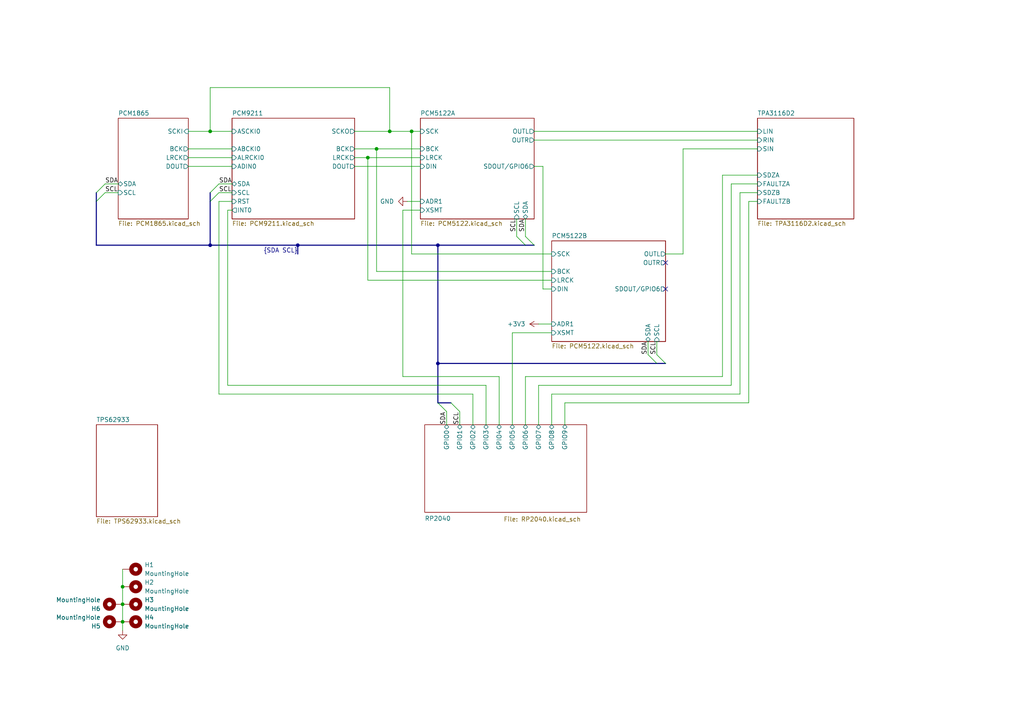
<source format=kicad_sch>
(kicad_sch (version 20231120) (generator "eeschema") (generator_version "8.0")
  (paper "A4")
  (lib_symbols
    (symbol "Endstufe:+3V3" (power) (pin_names (offset 0))
      (property "Value" "+3V3" (at 0 3.556 0))
      (symbol "+3V3_0_1"
        (polyline (pts (xy -0.762 1.27) (xy 0 2.54)))
        (polyline (pts (xy 0 0) (xy 0 2.54)))
        (polyline (pts (xy 0 2.54) (xy 0.762 1.27)))
      )
      (symbol "+3V3_1_1"
        (pin power_in line (at 0 0 90) (length 0) hide (name "+3V3") (number "1"))
      )
    )
    (symbol "Endstufe:GND" (power) (pin_names (offset 0))
      (property "Value" "GND" (at 0 -3.81 0))
      (symbol "GND_0_1"
        (polyline (pts (xy 0 0) (xy 0 -1.27) (xy 1.27 -1.27) (xy 0 -2.54) (xy -1.27 -1.27) (xy 0 -1.27)))
      )
      (symbol "GND_1_1"
        (pin power_in line (at 0 0 270) (length 0) hide (name "GND") (number "1"))
      )
    )
    (symbol "Endstufe:MountingHole_Pad" (pin_numbers hide) (pin_names (offset 1.016) hide)
      (property "Reference" "H" (at 0 6.35 0))
      (property "Value" "MountingHole_Pad" (at 0 4.445 0))
      (symbol "MountingHole_Pad_0_1"
        (circle (center 0 1.27) (radius 1.27) (stroke (width 1.27)))
      )
      (symbol "MountingHole_Pad_1_1"
        (pin input line (at 0 -2.54 90) (length 2.54) (name "1") (number "1"))
      )
    )
  )
  (junction (at 127 71.12))
  (junction (at 35.56 180.34))
  (junction (at 35.56 170.18))
  (junction (at 113.03 38.1))
  (junction (at 60.96 38.1))
  (junction (at 127 105.41))
  (junction (at 60.96 71.12))
  (junction (at 109.22 43.18))
  (junction (at 35.56 175.26))
  (junction (at 86.36 71.12))
  (junction (at 106.68 45.72))
  (junction (at 119.38 38.1))
  (no_connect (at 193.04 76.2))
  (no_connect (at 193.04 83.82))
  (bus_entry (at 129.54 119.38) (size -2.54 -2.54))
  (bus_entry (at 30.48 55.88) (size -2.54 2.54))
  (bus_entry (at 60.96 58.42) (size 2.54 -2.54))
  (bus_entry (at 133.35 119.38) (size -2.54 -2.54))
  (bus_entry (at 27.94 55.88) (size 2.54 -2.54))
  (bus_entry (at 187.96 102.87) (size 2.54 2.54))
  (bus_entry (at 152.4 68.58) (size 2.54 2.54))
  (bus_entry (at 60.96 55.88) (size 2.54 -2.54))
  (bus_entry (at 149.86 68.58) (size 2.54 2.54))
  (bus_entry (at 190.5 102.87) (size 2.54 2.54))
  (bus (pts (xy 27.94 55.88) (xy 27.94 58.42)))
  (wire (pts (xy 66.04 60.96) (xy 66.04 111.76)))
  (wire (pts (xy 154.94 48.26) (xy 157.48 48.26)))
  (wire (pts (xy 214.63 114.3) (xy 160.02 114.3)))
  (wire (pts (xy 198.12 73.66) (xy 193.04 73.66)))
  (wire (pts (xy 140.97 111.76) (xy 140.97 123.19)))
  (wire (pts (xy 35.56 165.1) (xy 35.56 170.18)))
  (wire (pts (xy 156.21 111.76) (xy 156.21 123.19)))
  (wire (pts (xy 35.56 170.18) (xy 35.56 175.26)))
  (wire (pts (xy 163.83 116.84) (xy 163.83 123.19)))
  (wire (pts (xy 154.94 38.1) (xy 219.71 38.1)))
  (wire (pts (xy 119.38 38.1) (xy 121.92 38.1)))
  (bus (pts (xy 27.94 71.12) (xy 60.96 71.12)))
  (wire (pts (xy 187.96 99.06) (xy 187.96 102.87)))
  (bus (pts (xy 127 105.41) (xy 127 116.84)))
  (wire (pts (xy 160.02 78.74) (xy 109.22 78.74)))
  (bus (pts (xy 130.81 116.84) (xy 127 116.84)))
  (wire (pts (xy 160.02 114.3) (xy 160.02 123.19)))
  (wire (pts (xy 113.03 25.4) (xy 113.03 38.1)))
  (wire (pts (xy 60.96 38.1) (xy 67.31 38.1)))
  (bus (pts (xy 86.36 73.66) (xy 86.36 71.12)))
  (wire (pts (xy 209.55 109.22) (xy 152.4 109.22)))
  (wire (pts (xy 137.16 123.19) (xy 137.16 114.3)))
  (bus (pts (xy 86.36 71.12) (xy 127 71.12)))
  (wire (pts (xy 102.87 48.26) (xy 121.92 48.26)))
  (wire (pts (xy 119.38 73.66) (xy 119.38 38.1)))
  (wire (pts (xy 219.71 58.42) (xy 217.17 58.42)))
  (bus (pts (xy 60.96 71.12) (xy 86.36 71.12)))
  (wire (pts (xy 198.12 43.18) (xy 198.12 73.66)))
  (bus (pts (xy 127 71.12) (xy 127 105.41)))
  (wire (pts (xy 67.31 60.96) (xy 66.04 60.96)))
  (wire (pts (xy 109.22 43.18) (xy 121.92 43.18)))
  (wire (pts (xy 60.96 25.4) (xy 113.03 25.4)))
  (wire (pts (xy 118.11 58.42) (xy 121.92 58.42)))
  (wire (pts (xy 212.09 53.34) (xy 212.09 111.76)))
  (wire (pts (xy 109.22 78.74) (xy 109.22 43.18)))
  (wire (pts (xy 54.61 48.26) (xy 67.31 48.26)))
  (wire (pts (xy 106.68 45.72) (xy 121.92 45.72)))
  (wire (pts (xy 30.48 53.34) (xy 34.29 53.34)))
  (wire (pts (xy 212.09 111.76) (xy 156.21 111.76)))
  (wire (pts (xy 217.17 116.84) (xy 163.83 116.84)))
  (wire (pts (xy 137.16 114.3) (xy 63.5 114.3)))
  (bus (pts (xy 127 105.41) (xy 190.5 105.41)))
  (bus (pts (xy 127 71.12) (xy 152.4 71.12)))
  (bus (pts (xy 190.5 105.41) (xy 193.04 105.41)))
  (wire (pts (xy 113.03 38.1) (xy 119.38 38.1)))
  (bus (pts (xy 152.4 71.12) (xy 154.94 71.12)))
  (wire (pts (xy 156.21 93.98) (xy 160.02 93.98)))
  (wire (pts (xy 149.86 63.5) (xy 149.86 68.58)))
  (wire (pts (xy 102.87 45.72) (xy 106.68 45.72)))
  (bus (pts (xy 27.94 58.42) (xy 27.94 71.12)))
  (wire (pts (xy 219.71 55.88) (xy 214.63 55.88)))
  (wire (pts (xy 133.35 119.38) (xy 133.35 123.19)))
  (wire (pts (xy 157.48 48.26) (xy 157.48 83.82)))
  (wire (pts (xy 63.5 53.34) (xy 67.31 53.34)))
  (wire (pts (xy 148.59 96.52) (xy 148.59 123.19)))
  (wire (pts (xy 190.5 99.06) (xy 190.5 102.87)))
  (wire (pts (xy 160.02 96.52) (xy 148.59 96.52)))
  (wire (pts (xy 116.84 109.22) (xy 144.78 109.22)))
  (wire (pts (xy 157.48 83.82) (xy 160.02 83.82)))
  (wire (pts (xy 219.71 43.18) (xy 198.12 43.18)))
  (wire (pts (xy 30.48 55.88) (xy 34.29 55.88)))
  (wire (pts (xy 63.5 114.3) (xy 63.5 58.42)))
  (wire (pts (xy 102.87 43.18) (xy 109.22 43.18)))
  (wire (pts (xy 160.02 81.28) (xy 106.68 81.28)))
  (wire (pts (xy 152.4 109.22) (xy 152.4 123.19)))
  (wire (pts (xy 209.55 50.8) (xy 209.55 109.22)))
  (wire (pts (xy 121.92 60.96) (xy 116.84 60.96)))
  (bus (pts (xy 60.96 58.42) (xy 60.96 71.12)))
  (wire (pts (xy 60.96 38.1) (xy 60.96 25.4)))
  (wire (pts (xy 129.54 119.38) (xy 129.54 123.19)))
  (bus (pts (xy 60.96 55.88) (xy 60.96 58.42)))
  (wire (pts (xy 116.84 60.96) (xy 116.84 109.22)))
  (wire (pts (xy 54.61 38.1) (xy 60.96 38.1)))
  (wire (pts (xy 144.78 109.22) (xy 144.78 123.19)))
  (wire (pts (xy 219.71 50.8) (xy 209.55 50.8)))
  (wire (pts (xy 152.4 63.5) (xy 152.4 68.58)))
  (wire (pts (xy 54.61 43.18) (xy 67.31 43.18)))
  (wire (pts (xy 214.63 55.88) (xy 214.63 114.3)))
  (wire (pts (xy 106.68 81.28) (xy 106.68 45.72)))
  (wire (pts (xy 54.61 45.72) (xy 67.31 45.72)))
  (wire (pts (xy 35.56 175.26) (xy 35.56 180.34)))
  (wire (pts (xy 63.5 58.42) (xy 67.31 58.42)))
  (wire (pts (xy 63.5 55.88) (xy 67.31 55.88)))
  (wire (pts (xy 217.17 58.42) (xy 217.17 116.84)))
  (wire (pts (xy 102.87 38.1) (xy 113.03 38.1)))
  (wire (pts (xy 160.02 73.66) (xy 119.38 73.66)))
  (wire (pts (xy 35.56 182.88) (xy 35.56 180.34)))
  (wire (pts (xy 219.71 53.34) (xy 212.09 53.34)))
  (wire (pts (xy 66.04 111.76) (xy 140.97 111.76)))
  (wire (pts (xy 154.94 40.64) (xy 219.71 40.64)))
  (label "SCL" (at 149.86 67.31 90))
  (label "SDA" (at 129.54 123.19 90))
  (label "SCL" (at 133.35 123.19 90))
  (label "SCL" (at 63.5 55.88 0))
  (label "SDA" (at 152.4 67.31 90))
  (label "SDA" (at 30.48 53.34 0))
  (label "SDA" (at 187.96 102.87 90))
  (label "{SDA SCL}" (at 86.36 73.66 180))
  (label "SCL" (at 190.5 102.87 90))
  (label "SCL" (at 30.48 55.88 0))
  (label "SDA" (at 63.5 53.34 0))
  (symbol (lib_id "Endstufe:MountingHole_Pad") (at 33.02 175.26 90) (unit 1)
    (property "Reference" "H6" (at 29.21 176.53 90) (effects (justify left)))
    (property "Value" "MountingHole" (at 29.21 173.99 90) (effects (justify left)))
    (property "Footprint" "Endstufe:MountingHole_3.2mm_M3_ISO14580_Pad" (effects (hide yes)))
  )
  (symbol (lib_id "Endstufe:MountingHole_Pad") (at 38.1 175.26 270) (unit 1)
    (property "Reference" "H3" (at 41.91 173.99 90) (effects (justify left)))
    (property "Value" "MountingHole" (at 41.91 176.53 90) (effects (justify left)))
    (property "Footprint" "Endstufe:MountingHole_3.2mm_M3_ISO14580_Pad" (effects (hide yes)))
  )
  (symbol (lib_id "Endstufe:+3V3") (at 156.21 93.98 90) (unit 1)
    (property "Reference" "#PWR047" (effects (hide yes)))
    (property "Value" "+3V3" (at 152.4 93.98 90) (effects (justify left)))
  )
  (symbol (lib_id "Endstufe:MountingHole_Pad") (at 38.1 165.1 270) (unit 1)
    (property "Reference" "H1" (at 41.91 163.83 90) (effects (justify left)))
    (property "Value" "MountingHole" (at 41.91 166.37 90) (effects (justify left)))
    (property "Footprint" "Endstufe:MountingHole_3.2mm_M3_ISO14580_Pad" (effects (hide yes)))
  )
  (symbol (lib_id "Endstufe:GND") (at 118.11 58.42 270) (unit 1)
    (property "Reference" "#PWR046" (effects (hide yes)))
    (property "Value" "GND" (at 114.3 58.42 90) (effects (justify right)))
  )
  (symbol (lib_id "Endstufe:MountingHole_Pad") (at 33.02 180.34 90) (unit 1)
    (property "Reference" "H5" (at 29.21 181.61 90) (effects (justify left)))
    (property "Value" "MountingHole" (at 29.21 179.07 90) (effects (justify left)))
    (property "Footprint" "Endstufe:MountingHole_3.2mm_M3_ISO14580_Pad" (effects (hide yes)))
  )
  (symbol (lib_id "Endstufe:MountingHole_Pad") (at 38.1 170.18 270) (unit 1)
    (property "Reference" "H2" (at 41.91 168.91 90) (effects (justify left)))
    (property "Value" "MountingHole" (at 41.91 171.45 90) (effects (justify left)))
    (property "Footprint" "Endstufe:MountingHole_3.2mm_M3_ISO14580_Pad" (effects (hide yes)))
  )
  (symbol (lib_id "Endstufe:MountingHole_Pad") (at 38.1 180.34 270) (unit 1)
    (property "Reference" "H4" (at 41.91 179.07 90) (effects (justify left)))
    (property "Value" "MountingHole" (at 41.91 181.61 90) (effects (justify left)))
    (property "Footprint" "Endstufe:MountingHole_3.2mm_M3_ISO14580_Pad" (effects (hide yes)))
  )
  (symbol (lib_id "Endstufe:GND") (at 35.56 182.88 0) (unit 1)
    (property "Reference" "#PWR08" (effects (hide yes)))
    (property "Value" "GND" (at 35.56 187.96 0))
  )
  (sheet (at 123.19 123.19) (size 46.99 25.4) (stroke (width 0.1524))
    (property "Sheetname" "RP2040" (at 123.19 151.13 0) (effects (justify left bottom)))
    (property "Sheetfile" "RP2040.kicad_sch" (at 146.05 149.86 0) (effects (justify left top)))
    (pin "GPIO7" bidirectional (at 156.21 123.19 90))
    (pin "GPIO8" bidirectional (at 160.02 123.19 90))
    (pin "GPIO9" bidirectional (at 163.83 123.19 90))
    (pin "GPIO3" bidirectional (at 140.97 123.19 90))
    (pin "GPIO6" bidirectional (at 152.4 123.19 90))
    (pin "GPIO2" bidirectional (at 137.16 123.19 90))
    (pin "GPIO5" bidirectional (at 148.59 123.19 90))
    (pin "GPIO4" bidirectional (at 144.78 123.19 90))
    (pin "GPIO1" bidirectional (at 133.35 123.19 90))
    (pin "GPIO0" bidirectional (at 129.54 123.19 90))
  )
  (sheet (at 67.31 34.29) (size 35.56 29.21) (stroke (width 0.1524))
    (property "Sheetname" "PCM9211" (at 67.31 33.5784 0) (effects (justify left bottom)))
    (property "Sheetfile" "PCM9211.kicad_sch" (at 67.31 64.0846 0) (effects (justify left top)))
    (pin "BCK" output (at 102.87 43.18 0))
    (pin "SCKO" output (at 102.87 38.1 0))
    (pin "LRCK" output (at 102.87 45.72 0))
    (pin "DOUT" output (at 102.87 48.26 0))
    (pin "INT0" output (at 67.31 60.96 180))
    (pin "RST" input (at 67.31 58.42 180))
    (pin "SCL" input (at 67.31 55.88 180))
    (pin "SDA" bidirectional (at 67.31 53.34 180))
    (pin "ADIN0" input (at 67.31 48.26 180))
    (pin "ALRCKI0" input (at 67.31 45.72 180))
    (pin "ABCKI0" input (at 67.31 43.18 180))
    (pin "ASCKI0" input (at 67.31 38.1 180))
  )
  (sheet (at 27.94 123.19) (size 17.78 26.67) (stroke (width 0.1524))
    (property "Sheetname" "TPS62933" (at 27.94 122.4784 0) (effects (justify left bottom)))
    (property "Sheetfile" "TPS62933.kicad_sch" (at 27.94 150.4446 0) (effects (justify left top)))
  )
  (sheet (at 160.02 69.85) (size 33.02 29.21) (stroke (width 0.1524))
    (property "Sheetname" "PCM5122B" (at 160.02 69.1384 0) (effects (justify left bottom)))
    (property "Sheetfile" "PCM5122.kicad_sch" (at 160.02 99.6446 0) (effects (justify left top)))
    (pin "OUTL" output (at 193.04 73.66 0))
    (pin "XSMT" input (at 160.02 96.52 180))
    (pin "OUTR" output (at 193.04 76.2 0))
    (pin "SDOUT{slash}GPIO6" output (at 193.04 83.82 0))
    (pin "ADR1" input (at 160.02 93.98 180))
    (pin "SCK" input (at 160.02 73.66 180))
    (pin "BCK" input (at 160.02 78.74 180))
    (pin "DIN" input (at 160.02 83.82 180))
    (pin "LRCK" input (at 160.02 81.28 180))
    (pin "SCL" input (at 190.5 99.06 270))
    (pin "SDA" bidirectional (at 187.96 99.06 270))
  )
  (sheet (at 121.92 34.29) (size 33.02 29.21) (stroke (width 0.1524))
    (property "Sheetname" "PCM5122A" (at 121.92 33.5784 0) (effects (justify left bottom)))
    (property "Sheetfile" "PCM5122.kicad_sch" (at 121.92 64.0846 0) (effects (justify left top)))
    (pin "OUTL" output (at 154.94 38.1 0))
    (pin "XSMT" input (at 121.92 60.96 180))
    (pin "OUTR" output (at 154.94 40.64 0))
    (pin "SDOUT{slash}GPIO6" output (at 154.94 48.26 0))
    (pin "ADR1" input (at 121.92 58.42 180))
    (pin "SCK" input (at 121.92 38.1 180))
    (pin "BCK" input (at 121.92 43.18 180))
    (pin "DIN" input (at 121.92 48.26 180))
    (pin "LRCK" input (at 121.92 45.72 180))
    (pin "SCL" input (at 149.86 63.5 270))
    (pin "SDA" bidirectional (at 152.4 63.5 270))
  )
  (sheet (at 219.71 34.29) (size 27.94 29.21) (stroke (width 0.1524))
    (property "Sheetname" "TPA3116D2" (at 219.71 33.5784 0) (effects (justify left bottom)))
    (property "Sheetfile" "TPA3116D2.kicad_sch" (at 219.71 64.0846 0) (effects (justify left top)))
    (pin "SDZB" input (at 219.71 55.88 180))
    (pin "FAULTZB" input (at 219.71 58.42 180))
    (pin "SIN" input (at 219.71 43.18 180))
    (pin "SDZA" input (at 219.71 50.8 180))
    (pin "FAULTZA" input (at 219.71 53.34 180))
    (pin "RIN" input (at 219.71 40.64 180))
    (pin "LIN" input (at 219.71 38.1 180))
  )
  (sheet (at 34.29 34.29) (size 20.32 29.21) (stroke (width 0.1524))
    (property "Sheetname" "PCM1865" (at 34.29 33.5784 0) (effects (justify left bottom)))
    (property "Sheetfile" "PCM1865.kicad_sch" (at 34.29 64.0846 0) (effects (justify left top)))
    (pin "SCKI" input (at 54.61 38.1 0))
    (pin "BCK" output (at 54.61 43.18 0))
    (pin "LRCK" output (at 54.61 45.72 0))
    (pin "DOUT" output (at 54.61 48.26 0))
    (pin "SDA" bidirectional (at 34.29 53.34 180))
    (pin "SCL" input (at 34.29 55.88 180))
  )
)
</source>
